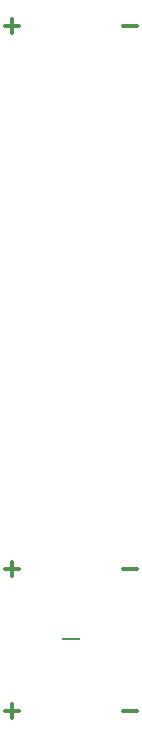
<source format=gbo>
G04 #@! TF.FileFunction,Legend,Bot*
%FSLAX46Y46*%
G04 Gerber Fmt 4.6, Leading zero omitted, Abs format (unit mm)*
G04 Created by KiCad (PCBNEW 4.0.7) date 06/01/18 18:38:23*
%MOMM*%
%LPD*%
G01*
G04 APERTURE LIST*
%ADD10C,0.100000*%
%ADD11C,0.200000*%
%ADD12C,0.300000*%
%ADD13C,4.400000*%
%ADD14R,1.924000X1.924000*%
G04 APERTURE END LIST*
D10*
D11*
X99200000Y-100000000D02*
X100800000Y-100000000D01*
D12*
X105571428Y-106107143D02*
X104428571Y-106107143D01*
X105571428Y-94107143D02*
X104428571Y-94107143D01*
X95571428Y-106107143D02*
X94428571Y-106107143D01*
X95000000Y-106678571D02*
X95000000Y-105535714D01*
X95571428Y-94107143D02*
X94428571Y-94107143D01*
X95000000Y-94678571D02*
X95000000Y-93535714D01*
X95571428Y-48107143D02*
X94428571Y-48107143D01*
X95000000Y-48678571D02*
X95000000Y-47535714D01*
X105571428Y-48107143D02*
X104428571Y-48107143D01*
%LPC*%
D13*
X102500000Y-50000000D03*
X97500000Y-50000000D03*
D14*
X104766000Y-96190000D03*
X104766000Y-97714000D03*
X104766000Y-99238000D03*
X104766000Y-103810000D03*
X104766000Y-102286000D03*
X104766000Y-100762000D03*
X103242000Y-100762000D03*
X103242000Y-102286000D03*
X103242000Y-103810000D03*
X103242000Y-99238000D03*
X103242000Y-97714000D03*
X103242000Y-96190000D03*
X98282000Y-99238000D03*
X98282000Y-97714000D03*
X98282000Y-96190000D03*
X96758000Y-96190000D03*
X96758000Y-97714000D03*
X96758000Y-99238000D03*
X95234000Y-99238000D03*
X95234000Y-97714000D03*
X95234000Y-96190000D03*
X95234000Y-100762000D03*
X95234000Y-102286000D03*
X95234000Y-103810000D03*
X96758000Y-103810000D03*
X96758000Y-102286000D03*
X96758000Y-100762000D03*
X101718000Y-96190000D03*
X101718000Y-97714000D03*
X101718000Y-99238000D03*
X101718000Y-103810000D03*
X101718000Y-102286000D03*
X98282000Y-100762000D03*
X98282000Y-102286000D03*
X98282000Y-103810000D03*
X101718000Y-100762000D03*
X94920000Y-147100000D03*
X97460000Y-147100000D03*
X96190000Y-147100000D03*
X98730000Y-147100000D03*
X105080000Y-147100000D03*
X102540000Y-147100000D03*
X103810000Y-147100000D03*
X101270000Y-147100000D03*
X100000000Y-147100000D03*
M02*

</source>
